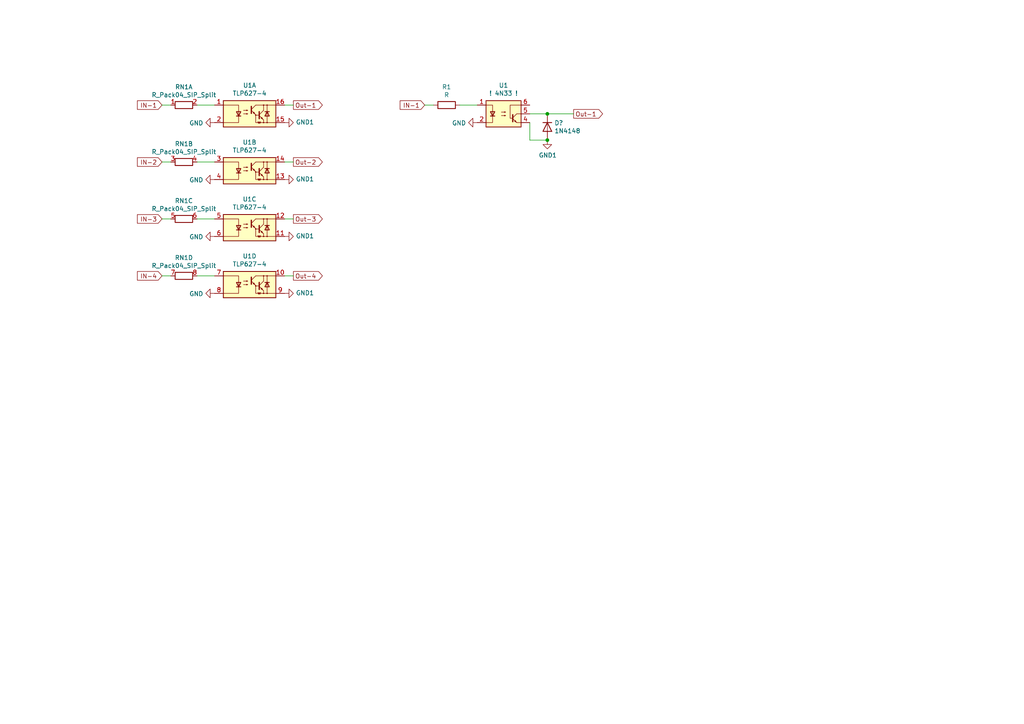
<source format=kicad_sch>
(kicad_sch (version 20230121) (generator eeschema)
  (paper "A4")
  (lib_symbols
    (symbol "Device:R" (pin_numbers hide) (pin_names (offset 0))
      (property "Reference" "R" (at 2.032 0 90))
      (property "Value" "R" (at 0 0 90))
      (symbol "R_0_1"
        (rectangle (start -1.016 -2.54) (end 1.016 2.54) (stroke (width 0.254)))
      )
      (symbol "R_1_1"
        (pin passive line (at 0 3.81 270) (length 1.27) (name "~") (number "1"))
        (pin passive line (at 0 -3.81 90) (length 1.27) (name "~") (number "2"))
      )
    )
    (symbol "Device:R_Pack04_SIP_Split" (pin_names (offset 0) hide)
      (property "Reference" "RN" (at 2.032 0 90))
      (property "Value" "R_Pack04_SIP_Split" (at 0 0 90))
      (symbol "R_Pack04_SIP_Split_0_1"
        (rectangle (start 1.016 2.54) (end -1.016 -2.54) (stroke (width 0.254)))
      )
      (symbol "R_Pack04_SIP_Split_1_1"
        (pin passive line (at 0 -3.81 90) (length 1.27) (name "R1.1") (number "1"))
        (pin passive line (at 0 3.81 270) (length 1.27) (name "R1.2") (number "2"))
      )
      (symbol "R_Pack04_SIP_Split_2_1"
        (pin passive line (at 0 -3.81 90) (length 1.27) (name "R2.1") (number "3"))
        (pin passive line (at 0 3.81 270) (length 1.27) (name "R2.2") (number "4"))
      )
      (symbol "R_Pack04_SIP_Split_3_1"
        (pin passive line (at 0 -3.81 90) (length 1.27) (name "R3.1") (number "5"))
        (pin passive line (at 0 3.81 270) (length 1.27) (name "R3.2") (number "6"))
      )
      (symbol "R_Pack04_SIP_Split_4_1"
        (pin passive line (at 0 -3.81 90) (length 1.27) (name "R4.1") (number "7"))
        (pin passive line (at 0 3.81 270) (length 1.27) (name "R4.2") (number "8"))
      )
    )
    (symbol "Diode:1N4148" (pin_numbers hide) (pin_names hide)
      (property "Reference" "D" (at 0 2.54 0))
      (property "Value" "1N4148" (at 0 -2.54 0))
      (symbol "1N4148_0_1"
        (polyline (pts (xy -1.27 1.27) (xy -1.27 -1.27)) (stroke (width 0.254)))
        (polyline (pts (xy 1.27 0) (xy -1.27 0)))
        (polyline (pts (xy 1.27 1.27) (xy 1.27 -1.27) (xy -1.27 0) (xy 1.27 1.27)) (stroke (width 0.254)))
      )
      (symbol "1N4148_1_1"
        (pin passive line (at -3.81 0 0) (length 2.54) (name "K") (number "1"))
        (pin passive line (at 3.81 0 180) (length 2.54) (name "A") (number "2"))
      )
    )
    (symbol "Isolator:4N28" (pin_names (offset 1.016))
      (property "Reference" "U" (at -5.08 5.08 0))
      (property "Value" "4N28" (at 0 5.08 0))
      (symbol "4N28_0_1"
        (rectangle (start -5.08 3.81) (end 5.08 -3.81) (stroke (width 0.254)) (fill (type background)))
        (polyline (pts (xy -3.81 -0.635) (xy -2.54 -0.635)) (stroke (width 0.254)))
        (polyline (pts (xy 2.667 -1.397) (xy 3.81 -2.54)))
        (polyline (pts (xy 2.667 -1.143) (xy 3.81 0)))
        (polyline (pts (xy 3.81 -2.54) (xy 5.08 -2.54)))
        (polyline (pts (xy 3.81 0) (xy 5.08 0)))
        (polyline (pts (xy 2.667 -0.254) (xy 2.667 -2.286) (xy 2.667 -2.286)) (stroke (width 0.3556)))
        (polyline (pts (xy -5.08 -2.54) (xy -3.175 -2.54) (xy -3.175 2.54) (xy -5.08 2.54)))
        (polyline (pts (xy -3.175 -0.635) (xy -3.81 0.635) (xy -2.54 0.635) (xy -3.175 -0.635)) (stroke (width 0.254)))
        (polyline (pts (xy 3.683 -2.413) (xy 3.429 -1.905) (xy 3.175 -2.159) (xy 3.683 -2.413)))
        (polyline (pts (xy 5.08 2.54) (xy 1.905 2.54) (xy 1.905 -1.27) (xy 2.54 -1.27)))
        (polyline (pts (xy -0.635 -0.508) (xy 0.635 -0.508) (xy 0.254 -0.635) (xy 0.254 -0.381) (xy 0.635 -0.508)))
        (polyline (pts (xy -0.635 0.508) (xy 0.635 0.508) (xy 0.254 0.381) (xy 0.254 0.635) (xy 0.635 0.508)))
      )
      (symbol "4N28_1_1"
        (pin passive line (at -7.62 2.54 0) (length 2.54) (name "~") (number "1"))
        (pin passive line (at -7.62 -2.54 0) (length 2.54) (name "~") (number "2"))
        (pin no_connect line (at -5.08 0 0) (length 2.54) hide (name "NC") (number "3"))
        (pin passive line (at 7.62 -2.54 180) (length 2.54) (name "~") (number "4"))
        (pin passive line (at 7.62 0 180) (length 2.54) (name "~") (number "5"))
        (pin passive line (at 7.62 2.54 180) (length 2.54) (name "~") (number "6"))
      )
    )
    (symbol "Isolator:TLP627-4" (pin_names (offset 1.016))
      (property "Reference" "U" (at -7.62 5.08 0))
      (property "Value" "TLP627-4" (at 0 5.08 0))
      (symbol "TLP627-4_0_1"
        (rectangle (start -7.62 3.81) (end 7.62 -3.81) (stroke (width 0.254)) (fill (type background)))
        (polyline (pts (xy -3.81 -0.635) (xy -2.54 -0.635)) (stroke (width 0.254)))
        (polyline (pts (xy 0.508 1.016) (xy 1.778 -0.254)))
        (polyline (pts (xy 0.508 1.27) (xy 1.778 2.54)))
        (polyline (pts (xy 0.508 2.159) (xy 0.508 0.127)) (stroke (width 0.3556)))
        (polyline (pts (xy 1.778 2.54) (xy 7.62 2.54)))
        (polyline (pts (xy 2.794 -0.508) (xy 4.064 -1.778)))
        (polyline (pts (xy 2.794 -0.381) (xy 1.778 -0.381)))
        (polyline (pts (xy 2.794 -0.254) (xy 4.064 1.016)))
        (polyline (pts (xy 4.064 -2.54) (xy 7.62 -2.54)))
        (polyline (pts (xy 4.064 -1.778) (xy 4.064 -2.54)))
        (polyline (pts (xy 4.064 1.016) (xy 4.064 2.54)))
        (polyline (pts (xy 4.445 0.635) (xy 5.715 0.635)) (stroke (width 0.254)))
        (polyline (pts (xy 5.08 0.635) (xy 5.08 -2.54)))
        (polyline (pts (xy 5.08 0.635) (xy 5.08 2.54)))
        (polyline (pts (xy -7.62 2.54) (xy -3.175 2.54) (xy -3.175 -0.635)))
        (polyline (pts (xy -3.175 -0.635) (xy -3.175 -2.54) (xy -7.62 -2.54)))
        (polyline (pts (xy 2.794 0.635) (xy 2.794 -1.397) (xy 2.794 -1.397)) (stroke (width 0.3556)))
        (polyline (pts (xy -3.175 -0.635) (xy -3.81 0.635) (xy -2.54 0.635) (xy -3.175 -0.635)) (stroke (width 0.254)))
        (polyline (pts (xy 1.524 0) (xy 1.27 0.508) (xy 1.016 0.254) (xy 1.524 0)))
        (polyline (pts (xy 3.81 -1.524) (xy 3.556 -1.016) (xy 3.302 -1.27) (xy 3.81 -1.524)))
        (polyline (pts (xy 5.08 0.635) (xy 4.445 -0.635) (xy 5.715 -0.635) (xy 5.08 0.635)) (stroke (width 0.254)))
        (polyline (pts (xy -1.778 0) (xy -0.508 0) (xy -0.889 -0.127) (xy -0.889 0.127) (xy -0.508 0)))
        (polyline (pts (xy -1.778 1.016) (xy -0.508 1.016) (xy -0.889 0.889) (xy -0.889 1.143) (xy -0.508 1.016)))
        (polyline (pts (xy 1.778 -0.254) (xy 1.778 -2.54) (xy 2.286 -2.54) (xy 2.413 -2.286) (xy 2.54 -2.794) (xy 2.667 -2.286) (xy 2.794 -2.794) (xy 2.921 -2.286) (xy 3.048 -2.794) (xy 3.175 -2.286) (xy 3.302 -2.54) (xy 4.064 -2.54)))
        (circle (center 1.778 -0.381) (radius 0.127))
        (circle (center 4.064 -2.54) (radius 0.127))
        (circle (center 4.064 2.54) (radius 0.127))
        (circle (center 5.08 -2.54) (radius 0.127))
        (circle (center 5.08 2.54) (radius 0.127))
      )
      (symbol "TLP627-4_1_1"
        (pin passive line (at -10.16 2.54 0) (length 2.54) (name "~") (number "1"))
        (pin passive line (at 10.16 -2.54 180) (length 2.54) (name "~") (number "15"))
        (pin passive line (at 10.16 2.54 180) (length 2.54) (name "~") (number "16"))
        (pin passive line (at -10.16 -2.54 0) (length 2.54) (name "~") (number "2"))
      )
      (symbol "TLP627-4_2_1"
        (pin passive line (at 10.16 -2.54 180) (length 2.54) (name "~") (number "13"))
        (pin passive line (at 10.16 2.54 180) (length 2.54) (name "~") (number "14"))
        (pin passive line (at -10.16 2.54 0) (length 2.54) (name "~") (number "3"))
        (pin passive line (at -10.16 -2.54 0) (length 2.54) (name "~") (number "4"))
      )
      (symbol "TLP627-4_3_1"
        (pin passive line (at 10.16 -2.54 180) (length 2.54) (name "~") (number "11"))
        (pin passive line (at 10.16 2.54 180) (length 2.54) (name "~") (number "12"))
        (pin passive line (at -10.16 2.54 0) (length 2.54) (name "~") (number "5"))
        (pin passive line (at -10.16 -2.54 0) (length 2.54) (name "~") (number "6"))
      )
      (symbol "TLP627-4_4_1"
        (pin passive line (at 10.16 2.54 180) (length 2.54) (name "~") (number "10"))
        (pin passive line (at -10.16 2.54 0) (length 2.54) (name "~") (number "7"))
        (pin passive line (at -10.16 -2.54 0) (length 2.54) (name "~") (number "8"))
        (pin passive line (at 10.16 -2.54 180) (length 2.54) (name "~") (number "9"))
      )
    )
    (symbol "power:GND" (power) (pin_names (offset 0))
      (property "Value" "GND" (at 0 -3.81 0))
      (symbol "GND_0_1"
        (polyline (pts (xy 0 0) (xy 0 -1.27) (xy 1.27 -1.27) (xy 0 -2.54) (xy -1.27 -1.27) (xy 0 -1.27)))
      )
      (symbol "GND_1_1"
        (pin power_in line (at 0 0 270) (length 0) hide (name "GND") (number "1"))
      )
    )
    (symbol "power:GND1" (power) (pin_names (offset 0))
      (property "Value" "GND1" (at 0 -3.81 0))
      (symbol "GND1_0_1"
        (polyline (pts (xy 0 0) (xy 0 -1.27) (xy 1.27 -1.27) (xy 0 -2.54) (xy -1.27 -1.27) (xy 0 -1.27)))
      )
      (symbol "GND1_1_1"
        (pin power_in line (at 0 0 270) (length 0) hide (name "GND1") (number "1"))
      )
    )
  )
  (junction (at 158.75 33.02))
  (junction (at 158.75 40.64))
  (wire (pts (xy 57.15 80.01) (xy 62.23 80.01)))
  (wire (pts (xy 82.55 46.99) (xy 85.09 46.99)))
  (wire (pts (xy 46.99 30.48) (xy 49.53 30.48)))
  (wire (pts (xy 158.75 33.02) (xy 166.37 33.02)))
  (wire (pts (xy 57.15 30.48) (xy 62.23 30.48)))
  (wire (pts (xy 133.35 30.48) (xy 138.43 30.48)))
  (wire (pts (xy 57.15 63.5) (xy 62.23 63.5)))
  (wire (pts (xy 153.67 33.02) (xy 158.75 33.02)))
  (wire (pts (xy 153.67 40.64) (xy 153.67 35.56)))
  (wire (pts (xy 82.55 80.01) (xy 85.09 80.01)))
  (wire (pts (xy 153.67 40.64) (xy 158.75 40.64)))
  (wire (pts (xy 57.15 46.99) (xy 62.23 46.99)))
  (wire (pts (xy 46.99 80.01) (xy 49.53 80.01)))
  (wire (pts (xy 123.19 30.48) (xy 125.73 30.48)))
  (wire (pts (xy 82.55 30.48) (xy 85.09 30.48)))
  (wire (pts (xy 82.55 63.5) (xy 85.09 63.5)))
  (wire (pts (xy 46.99 63.5) (xy 49.53 63.5)))
  (wire (pts (xy 46.99 46.99) (xy 49.53 46.99)))
  (global_label "Out-4" (shape output) (at 85.09 80.01 0) (property "Intersheetrefs" "${INTERSHEET_REFS}" (effects hide)))
  (global_label "IN-4" (shape input) (at 46.99 80.01 180) (property "Intersheetrefs" "${INTERSHEET_REFS}" (effects hide)))
  (global_label "IN-3" (shape input) (at 46.99 63.5 180) (property "Intersheetrefs" "${INTERSHEET_REFS}" (effects hide)))
  (global_label "Out-1" (shape output) (at 85.09 30.48 0) (property "Intersheetrefs" "${INTERSHEET_REFS}" (effects hide)))
  (global_label "Out-3" (shape output) (at 85.09 63.5 0) (property "Intersheetrefs" "${INTERSHEET_REFS}" (effects hide)))
  (global_label "Out-1" (shape output) (at 166.37 33.02 0) (property "Intersheetrefs" "${INTERSHEET_REFS}" (effects hide)))
  (global_label "IN-1" (shape input) (at 46.99 30.48 180) (property "Intersheetrefs" "${INTERSHEET_REFS}" (effects hide)))
  (global_label "IN-1" (shape input) (at 123.19 30.48 180) (property "Intersheetrefs" "${INTERSHEET_REFS}" (effects hide)))
  (global_label "Out-2" (shape output) (at 85.09 46.99 0) (property "Intersheetrefs" "${INTERSHEET_REFS}" (effects hide)))
  (global_label "IN-2" (shape input) (at 46.99 46.99 180) (property "Intersheetrefs" "${INTERSHEET_REFS}" (effects hide)))
  (symbol (lib_id "Isolator:TLP627-4") (at 72.39 33.02 0) (unit 1)
    (property "Reference" "U1" (at 72.39 24.765 0))
    (property "Value" "TLP627-4" (at 72.39 27.0764 0))
    (property "Footprint" "Package_DIP:DIP-16_W7.62mm" (effects hide))
    (property "Datasheet" "https://toshiba.semicon-storage.com/info/docget.jsp?did=16914&prodName=TLP627" (effects hide))
  )
  (symbol (lib_id "Isolator:TLP627-4") (at 72.39 49.53 0) (unit 2)
    (property "Reference" "U1" (at 72.39 41.275 0))
    (property "Value" "TLP627-4" (at 72.39 43.5864 0))
    (property "Footprint" "Package_DIP:DIP-16_W7.62mm" (effects hide))
    (property "Datasheet" "https://toshiba.semicon-storage.com/info/docget.jsp?did=16914&prodName=TLP627" (effects hide))
  )
  (symbol (lib_id "Isolator:TLP627-4") (at 72.39 66.04 0) (unit 3)
    (property "Reference" "U1" (at 72.39 57.785 0))
    (property "Value" "TLP627-4" (at 72.39 60.0964 0))
    (property "Footprint" "Package_DIP:DIP-16_W7.62mm" (effects hide))
    (property "Datasheet" "https://toshiba.semicon-storage.com/info/docget.jsp?did=16914&prodName=TLP627" (effects hide))
  )
  (symbol (lib_id "Isolator:TLP627-4") (at 72.39 82.55 0) (unit 4)
    (property "Reference" "U1" (at 72.39 74.295 0))
    (property "Value" "TLP627-4" (at 72.39 76.6064 0))
    (property "Footprint" "Package_DIP:DIP-16_W7.62mm" (effects hide))
    (property "Datasheet" "https://toshiba.semicon-storage.com/info/docget.jsp?did=16914&prodName=TLP627" (effects hide))
  )
  (symbol (lib_id "power:GND") (at 62.23 35.56 270) (unit 1)
    (property "Reference" "#PWR?" (effects hide))
    (property "Value" "GND" (at 58.9788 35.687 90) (effects (justify right)))
  )
  (symbol (lib_id "power:GND") (at 62.23 52.07 270) (unit 1)
    (property "Reference" "#PWR?" (effects hide))
    (property "Value" "GND" (at 58.9788 52.197 90) (effects (justify right)))
  )
  (symbol (lib_id "power:GND") (at 62.23 68.58 270) (unit 1)
    (property "Reference" "#PWR?" (effects hide))
    (property "Value" "GND" (at 58.9788 68.707 90) (effects (justify right)))
  )
  (symbol (lib_id "power:GND") (at 62.23 85.09 270) (unit 1)
    (property "Reference" "#PWR?" (effects hide))
    (property "Value" "GND" (at 58.9788 85.217 90) (effects (justify right)))
  )
  (symbol (lib_id "power:GND1") (at 82.55 35.56 90) (unit 1)
    (property "Reference" "#PWR?" (effects hide))
    (property "Value" "GND1" (at 85.8012 35.433 90) (effects (justify right)))
  )
  (symbol (lib_id "power:GND1") (at 82.55 52.07 90) (unit 1)
    (property "Reference" "#PWR?" (effects hide))
    (property "Value" "GND1" (at 85.8012 51.943 90) (effects (justify right)))
  )
  (symbol (lib_id "power:GND1") (at 82.55 68.58 90) (unit 1)
    (property "Reference" "#PWR?" (effects hide))
    (property "Value" "GND1" (at 85.8012 68.453 90) (effects (justify right)))
  )
  (symbol (lib_id "power:GND1") (at 82.55 85.09 90) (unit 1)
    (property "Reference" "#PWR?" (effects hide))
    (property "Value" "GND1" (at 85.8012 84.963 90) (effects (justify right)))
  )
  (symbol (lib_id "Device:R_Pack04_SIP_Split") (at 53.34 30.48 270) (unit 1)
    (property "Reference" "RN1" (at 53.34 25.2222 90))
    (property "Value" "R_Pack04_SIP_Split" (at 53.34 27.5336 90))
    (property "Footprint" "Resistor_THT:R_Array_SIP8" (effects hide))
    (property "Datasheet" "http://www.vishay.com/docs/31509/csc.pdf" (effects hide))
  )
  (symbol (lib_id "Device:R_Pack04_SIP_Split") (at 53.34 46.99 270) (unit 2)
    (property "Reference" "RN1" (at 53.34 41.7322 90))
    (property "Value" "R_Pack04_SIP_Split" (at 53.34 44.0436 90))
    (property "Footprint" "Resistor_THT:R_Array_SIP8" (effects hide))
    (property "Datasheet" "http://www.vishay.com/docs/31509/csc.pdf" (effects hide))
  )
  (symbol (lib_id "Device:R_Pack04_SIP_Split") (at 53.34 63.5 270) (unit 3)
    (property "Reference" "RN1" (at 53.34 58.2422 90))
    (property "Value" "R_Pack04_SIP_Split" (at 53.34 60.5536 90))
    (property "Footprint" "Resistor_THT:R_Array_SIP8" (effects hide))
    (property "Datasheet" "http://www.vishay.com/docs/31509/csc.pdf" (effects hide))
  )
  (symbol (lib_id "Device:R_Pack04_SIP_Split") (at 53.34 80.01 270) (unit 4)
    (property "Reference" "RN1" (at 53.34 74.7522 90))
    (property "Value" "R_Pack04_SIP_Split" (at 53.34 77.0636 90))
    (property "Footprint" "Resistor_THT:R_Array_SIP8" (effects hide))
    (property "Datasheet" "http://www.vishay.com/docs/31509/csc.pdf" (effects hide))
  )
  (symbol (lib_id "power:GND") (at 138.43 35.56 270) (unit 1)
    (property "Reference" "#PWR?" (effects hide))
    (property "Value" "GND" (at 135.1788 35.687 90) (effects (justify right)))
  )
  (symbol (lib_id "power:GND1") (at 158.75 40.64 0) (unit 1)
    (property "Reference" "#PWR?" (effects hide))
    (property "Value" "GND1" (at 158.877 45.0342 0))
  )
  (symbol (lib_id "Isolator:4N28") (at 146.05 33.02 0) (unit 1)
    (property "Reference" "U1" (at 146.05 24.765 0))
    (property "Value" "! 4N33 !" (at 146.05 27.0764 0))
    (property "Footprint" "Package_DIP:DIP-6_W7.62mm" (effects hide))
    (property "Datasheet" "https://www.vishay.com/docs/83725/4n25.pdf" (effects hide))
  )
  (symbol (lib_id "Diode:1N4148") (at 158.75 36.83 270) (unit 1)
    (property "Reference" "D?" (at 160.782 35.6616 90) (effects (justify left)))
    (property "Value" "1N4148" (at 160.782 37.973 90) (effects (justify left)))
    (property "Footprint" "Diode_THT:D_DO-35_SOD27_P7.62mm_Horizontal" (effects hide))
    (property "Datasheet" "https://assets.nexperia.com/documents/data-sheet/1N4148_1N4448.pdf" (effects hide))
  )
  (symbol (lib_id "Device:R") (at 129.54 30.48 270) (unit 1)
    (property "Reference" "R1" (at 129.54 25.2222 90))
    (property "Value" "R" (at 129.54 27.5336 90))
  )
)
</source>
